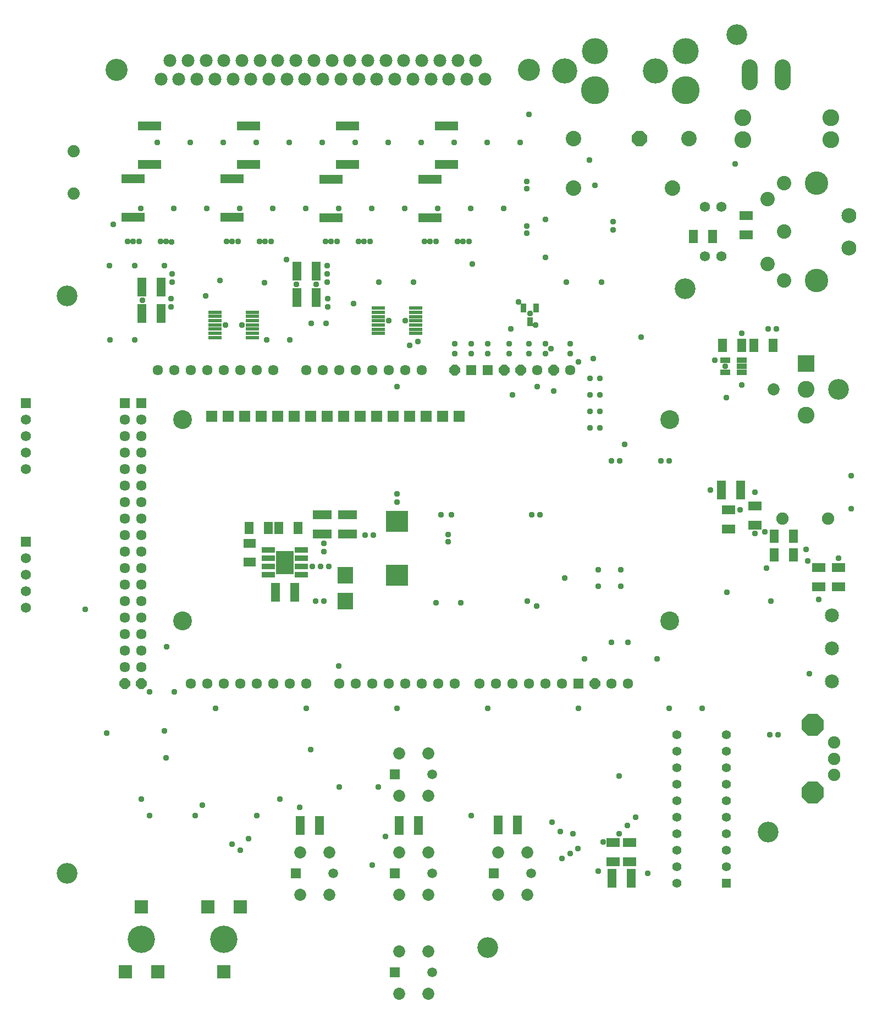
<source format=gbs>
G04 EAGLE Gerber RS-274X export*
G75*
%MOMM*%
%FSLAX34Y34*%
%LPD*%
%INSoldermask Bottom*%
%IPPOS*%
%AMOC8*
5,1,8,0,0,1.08239X$1,22.5*%
G01*
G04 Define Apertures*
%ADD10C,3.200400*%
%ADD11R,1.561200X1.561200*%
%ADD12C,1.561200*%
%ADD13R,1.367800X2.918500*%
%ADD14R,2.918500X1.367800*%
%ADD15R,2.433200X2.573200*%
%ADD16R,1.411200X1.411200*%
%ADD17C,1.411200*%
%ADD18R,1.711200X1.711200*%
%ADD19C,2.903200*%
%ADD20C,4.019200*%
%ADD21C,4.319200*%
%ADD22C,3.869200*%
%ADD23C,1.988200*%
%ADD24C,3.403200*%
%ADD25C,1.903200*%
%ADD26C,2.303200*%
%ADD27C,2.228200*%
%ADD28C,3.609200*%
%ADD29R,2.528200X2.528200*%
%ADD30C,2.603200*%
%ADD31C,1.853200*%
%ADD32C,3.203200*%
%ADD33R,3.403200X3.203200*%
%ADD34C,1.575700*%
%ADD35R,3.573400X1.434400*%
%ADD36C,1.611200*%
%ADD37P,1.74395X8X112.5*%
%ADD38R,1.611200X1.611200*%
%ADD39R,1.511200X1.511200*%
%ADD40C,1.511200*%
%ADD41C,1.879600*%
%ADD42R,2.003200X0.804700*%
%ADD43R,2.823200X3.603200*%
%ADD44R,2.003200X0.628200*%
%ADD45R,1.543200X0.823200*%
%ADD46C,2.153200*%
%ADD47R,1.434600X1.975100*%
%ADD48R,1.975100X1.434600*%
%ADD49R,2.018500X1.367800*%
%ADD50R,1.367800X2.018500*%
%ADD51R,2.153200X2.153200*%
%ADD52C,4.203200*%
%ADD53P,3.70091X8X22.5*%
%ADD54C,2.387600*%
%ADD55P,2.58431X8X22.5*%
%ADD56C,2.453200*%
%ADD57R,0.828000X1.426700*%
%ADD58C,0.959600*%
D10*
X1193800Y330200D03*
X1145540Y1558290D03*
X114300Y1155700D03*
X114300Y266700D03*
X762000Y152400D03*
X1065530Y1167130D03*
D11*
X50800Y990600D03*
D12*
X50800Y965200D03*
X50800Y939800D03*
X50800Y914400D03*
X50800Y889000D03*
D11*
X50800Y777240D03*
D12*
X50800Y751840D03*
X50800Y726440D03*
X50800Y701040D03*
X50800Y675640D03*
D13*
X258594Y1169670D03*
X229086Y1169670D03*
X497354Y1153160D03*
X467846Y1153160D03*
X1151404Y857250D03*
X1121896Y857250D03*
X434826Y699770D03*
X464334Y699770D03*
D14*
X546100Y818664D03*
X546100Y789156D03*
X506730Y818664D03*
X506730Y789156D03*
D13*
X258594Y1129030D03*
X229086Y1129030D03*
D15*
X542290Y725970D03*
X542290Y686270D03*
D16*
X1129030Y251460D03*
D17*
X1129030Y276860D03*
X1129030Y302260D03*
X1129030Y327660D03*
X1129030Y353060D03*
X1129030Y378460D03*
X1129030Y403860D03*
X1129030Y429260D03*
X1129030Y454660D03*
X1129030Y480060D03*
X1052830Y480060D03*
X1052830Y454660D03*
X1052830Y429260D03*
X1052830Y403860D03*
X1052830Y378460D03*
X1052830Y353060D03*
X1052830Y327660D03*
X1052830Y302260D03*
X1052830Y276860D03*
X1052830Y251460D03*
D18*
X336700Y970600D03*
X362100Y970600D03*
X387500Y970600D03*
X412900Y970600D03*
X438300Y970600D03*
X463700Y970600D03*
X489100Y970600D03*
X514500Y970600D03*
X539900Y970600D03*
X565300Y970600D03*
X590700Y970600D03*
X616100Y970600D03*
X641500Y970600D03*
X666900Y970600D03*
X692300Y970600D03*
X717700Y970600D03*
D19*
X1041700Y965600D03*
X291700Y965600D03*
X1041700Y655600D03*
X291700Y655600D03*
D20*
X1066800Y1532910D03*
D21*
X1066800Y1472410D03*
D22*
X1019800Y1502410D03*
D20*
X927100Y1532910D03*
D21*
X927100Y1472410D03*
D22*
X880100Y1502410D03*
D23*
X258700Y1489710D03*
X286400Y1489710D03*
X314100Y1489710D03*
X341800Y1489710D03*
X369500Y1489710D03*
X397200Y1489710D03*
X424900Y1489710D03*
X452600Y1489710D03*
X480300Y1489710D03*
X508000Y1489710D03*
X535700Y1489710D03*
X563400Y1489710D03*
X591100Y1489710D03*
X618800Y1489710D03*
X646500Y1489710D03*
X674200Y1489710D03*
X701900Y1489710D03*
X729600Y1489710D03*
X757300Y1489710D03*
X272550Y1518110D03*
X300250Y1518110D03*
X327950Y1518110D03*
X355650Y1518110D03*
X383350Y1518110D03*
X411050Y1518110D03*
X438750Y1518110D03*
X466450Y1518110D03*
X494150Y1518110D03*
X521850Y1518110D03*
X549550Y1518110D03*
X577250Y1518110D03*
X604950Y1518110D03*
X632650Y1518110D03*
X660350Y1518110D03*
X688050Y1518110D03*
X715750Y1518110D03*
X743450Y1518110D03*
D24*
X190500Y1503910D03*
X825500Y1503910D03*
D25*
X1285960Y812800D03*
X1215960Y812800D03*
D26*
X1317930Y1279760D03*
X1317930Y1229760D03*
D27*
X1217930Y1329810D03*
X1193030Y1304810D03*
X1217930Y1254760D03*
X1193030Y1204710D03*
X1217930Y1179710D03*
D28*
X1268030Y1329810D03*
X1268030Y1179710D03*
D29*
X1252220Y1052190D03*
D30*
X1252220Y1012190D03*
X1252220Y972190D03*
D31*
X1202220Y1012190D03*
D32*
X1302220Y1012190D03*
D33*
X622300Y725720D03*
X622300Y808440D03*
D34*
X1121410Y1292860D03*
X1096010Y1292860D03*
X1096010Y1216660D03*
X1121410Y1216660D03*
D35*
X241300Y1358415D03*
X241300Y1417805D03*
X393700Y1358415D03*
X393700Y1417805D03*
X546100Y1358415D03*
X546100Y1417805D03*
X698500Y1358415D03*
X698500Y1417805D03*
X215900Y1277135D03*
X215900Y1336525D03*
X368300Y1277135D03*
X368300Y1336525D03*
X520700Y1275865D03*
X520700Y1335255D03*
X673100Y1275865D03*
X673100Y1335255D03*
D36*
X203200Y584200D03*
X203200Y609600D03*
X203200Y635000D03*
X203200Y660400D03*
X203200Y685800D03*
X203200Y711200D03*
X203200Y736600D03*
X203200Y762000D03*
X203200Y787400D03*
X203200Y812800D03*
X203200Y838200D03*
X203200Y863600D03*
X203200Y889000D03*
X203200Y914400D03*
X203200Y939800D03*
X228600Y939800D03*
X228600Y914400D03*
X228600Y889000D03*
X228600Y863600D03*
X228600Y838200D03*
X228600Y812800D03*
X228600Y787400D03*
X228600Y762000D03*
X228600Y736600D03*
X228600Y711200D03*
X228600Y685800D03*
X228600Y660400D03*
X228600Y635000D03*
X228600Y609600D03*
X228600Y584200D03*
X482600Y558800D03*
X457200Y558800D03*
X431800Y558800D03*
X406400Y558800D03*
X381000Y558800D03*
X355600Y558800D03*
X330200Y558800D03*
X304800Y558800D03*
X711200Y558800D03*
X685800Y558800D03*
X660400Y558800D03*
X635000Y558800D03*
X609600Y558800D03*
X584200Y558800D03*
X558800Y558800D03*
X533400Y558800D03*
D37*
X927100Y558800D03*
D38*
X901700Y558800D03*
D36*
X876300Y558800D03*
X850900Y558800D03*
X825500Y558800D03*
X800100Y558800D03*
X774700Y558800D03*
X749300Y558800D03*
X431800Y1041400D03*
X406400Y1041400D03*
X381000Y1041400D03*
X355600Y1041400D03*
X330200Y1041400D03*
X304800Y1041400D03*
X279400Y1041400D03*
X254000Y1041400D03*
X660400Y1041400D03*
X635000Y1041400D03*
X609600Y1041400D03*
X584200Y1041400D03*
X558800Y1041400D03*
X533400Y1041400D03*
X508000Y1041400D03*
X482600Y1041400D03*
X889000Y1041400D03*
D37*
X863600Y1041400D03*
D36*
X838200Y1041400D03*
D37*
X812800Y1041400D03*
X787400Y1041400D03*
D38*
X762000Y1041400D03*
X736600Y1041400D03*
D37*
X711200Y1041400D03*
D36*
X977900Y558800D03*
X952500Y558800D03*
D37*
X203200Y558800D03*
X228600Y558800D03*
D38*
X203200Y990600D03*
X228600Y990600D03*
D36*
X228600Y965200D03*
X203200Y965200D03*
D31*
X777600Y299200D03*
X777600Y234200D03*
X822600Y299200D03*
X822600Y234200D03*
D39*
X771100Y266700D03*
D40*
X829100Y266700D03*
D31*
X472800Y299200D03*
X472800Y234200D03*
X517800Y299200D03*
X517800Y234200D03*
D39*
X466300Y266700D03*
D40*
X524300Y266700D03*
D31*
X625200Y451600D03*
X625200Y386600D03*
X670200Y451600D03*
X670200Y386600D03*
D39*
X618700Y419100D03*
D40*
X676700Y419100D03*
D31*
X625200Y146800D03*
X625200Y81800D03*
X670200Y146800D03*
X670200Y81800D03*
D39*
X618700Y114300D03*
D40*
X676700Y114300D03*
D41*
X124100Y1313700D03*
X124100Y1378700D03*
D42*
X424080Y726440D03*
X424080Y739140D03*
X424080Y751840D03*
X424080Y764540D03*
X475080Y764540D03*
X475080Y751840D03*
X475080Y739140D03*
X475080Y726440D03*
D43*
X449580Y745490D03*
D44*
X342122Y1091750D03*
X342122Y1098250D03*
X342122Y1104750D03*
X342122Y1111250D03*
X342122Y1117750D03*
X342122Y1124250D03*
X342122Y1130750D03*
X399558Y1130750D03*
X399558Y1124250D03*
X399558Y1117750D03*
X399558Y1111250D03*
X399558Y1104750D03*
X399558Y1098250D03*
X399558Y1091750D03*
X593582Y1098100D03*
X593582Y1104600D03*
X593582Y1111100D03*
X593582Y1117600D03*
X593582Y1124100D03*
X593582Y1130600D03*
X593582Y1137100D03*
X651018Y1137100D03*
X651018Y1130600D03*
X651018Y1124100D03*
X651018Y1117600D03*
X651018Y1111100D03*
X651018Y1104600D03*
X651018Y1098100D03*
D45*
X1152994Y1057250D03*
X1152994Y1047750D03*
X1152994Y1038250D03*
X1127926Y1038250D03*
X1127926Y1057250D03*
D46*
X1291590Y664210D03*
X1291590Y613410D03*
X1291590Y562610D03*
D47*
X440000Y798830D03*
X469320Y798830D03*
X423600Y798830D03*
X394280Y798830D03*
D48*
X394970Y775390D03*
X394970Y746070D03*
D49*
X1159510Y1279674D03*
X1159510Y1250166D03*
D50*
X1108224Y1247140D03*
X1078716Y1247140D03*
X1171426Y1079500D03*
X1200934Y1079500D03*
X1152674Y1079500D03*
X1123166Y1079500D03*
X1232684Y756920D03*
X1203176Y756920D03*
D49*
X1173480Y832634D03*
X1173480Y803126D03*
X1301750Y737384D03*
X1301750Y707876D03*
X1271270Y707876D03*
X1271270Y737384D03*
X1132840Y796776D03*
X1132840Y826284D03*
D50*
X1232684Y786130D03*
X1203176Y786130D03*
D49*
X955040Y284966D03*
X955040Y314474D03*
X980440Y284966D03*
X980440Y314474D03*
D30*
X1290004Y1396510D03*
X1155004Y1396510D03*
X1290004Y1430510D03*
X1155004Y1430510D03*
D51*
X380600Y215100D03*
X355600Y115100D03*
X330600Y215100D03*
D52*
X355600Y165100D03*
D51*
X203600Y115100D03*
X228600Y215100D03*
X253600Y115100D03*
D52*
X228600Y165100D03*
D13*
X952986Y259080D03*
X982494Y259080D03*
X497354Y1193800D03*
X467846Y1193800D03*
D31*
X625200Y299200D03*
X625200Y234200D03*
X670200Y299200D03*
X670200Y234200D03*
D39*
X618700Y266700D03*
D40*
X676700Y266700D03*
D25*
X1295380Y443230D03*
X1295380Y468230D03*
X1295380Y418230D03*
D53*
X1262380Y495230D03*
X1262380Y391230D03*
D13*
X502434Y340360D03*
X472926Y340360D03*
X807234Y341630D03*
X777726Y341630D03*
X654834Y340360D03*
X625326Y340360D03*
D54*
X894080Y1398270D03*
X894080Y1322070D03*
D55*
X995680Y1398270D03*
D54*
X1071880Y1398270D03*
X1046480Y1322070D03*
D56*
X1165057Y1485277D02*
X1165057Y1507777D01*
X1215857Y1507777D02*
X1215857Y1485277D01*
D57*
X817270Y1137130D03*
X836270Y1137130D03*
X826770Y1115850D03*
D58*
X491490Y739140D03*
X504190Y739140D03*
X516890Y739140D03*
X706120Y819150D03*
X689610Y819150D03*
X998220Y1092200D03*
X609600Y1117600D03*
X358140Y1111250D03*
X932180Y270510D03*
X1022350Y596900D03*
X910590Y596900D03*
X342900Y520700D03*
X1041400Y520700D03*
X901700Y520700D03*
X762000Y520700D03*
X622300Y520700D03*
X482600Y520700D03*
X825500Y1435100D03*
X965200Y901700D03*
X1028700Y901700D03*
X952500Y901700D03*
X1041400Y901700D03*
X1111250Y1056640D03*
X880110Y721360D03*
X701040Y788670D03*
X701040Y777240D03*
X826770Y1129030D03*
X797560Y1104900D03*
X800100Y1003300D03*
X622300Y838200D03*
X622300Y850900D03*
X497840Y1173480D03*
X514350Y1202690D03*
X452120Y1211580D03*
X264160Y1202690D03*
X1092200Y520700D03*
X383540Y1111250D03*
X635000Y1117600D03*
X252730Y1391920D03*
X303530Y1391920D03*
X354330Y1391920D03*
X405130Y1391920D03*
X455930Y1391920D03*
X506730Y1391920D03*
X557530Y1391920D03*
X608330Y1391920D03*
X659130Y1391920D03*
X709930Y1391920D03*
X760730Y1391920D03*
X811530Y1391920D03*
X786130Y1290320D03*
X684530Y1290320D03*
X633730Y1290320D03*
X532130Y1290320D03*
X481330Y1290320D03*
X379730Y1290320D03*
X328930Y1290320D03*
X227330Y1290320D03*
X440690Y732282D03*
X440690Y758698D03*
X449580Y758698D03*
X458470Y758698D03*
X458470Y745490D03*
X458470Y732282D03*
X449580Y732282D03*
X449580Y745490D03*
X1008380Y266700D03*
X509270Y762000D03*
X509270Y774700D03*
X572770Y787400D03*
X585470Y787400D03*
X496570Y685800D03*
X509270Y685800D03*
X1252220Y765810D03*
X1321054Y828040D03*
X1321054Y878840D03*
X1104900Y857250D03*
X278356Y1290320D03*
X440690Y745490D03*
X966470Y708660D03*
X932180Y734060D03*
X932180Y708660D03*
X966470Y734060D03*
X711200Y1082040D03*
X711200Y1066800D03*
X736600Y1082040D03*
X736600Y1066800D03*
X762000Y1066800D03*
X762000Y1082040D03*
X795020Y1082040D03*
X795020Y1066800D03*
X825500Y1066800D03*
X825500Y1082040D03*
X850900Y1082040D03*
X850900Y1066800D03*
X889000Y1082040D03*
X889000Y1066800D03*
X924560Y1059180D03*
X901700Y1054100D03*
X919480Y1028700D03*
X934720Y1028700D03*
X919480Y952500D03*
X934720Y952500D03*
X919480Y977900D03*
X934720Y977900D03*
X919480Y1003300D03*
X934720Y1003300D03*
X1196340Y480060D03*
X1209040Y480060D03*
X836930Y678180D03*
X822960Y685800D03*
X972820Y927100D03*
X488950Y457200D03*
X829310Y819150D03*
X842010Y819150D03*
X882650Y1177290D03*
X937260Y1177290D03*
X918210Y1365250D03*
X681990Y683260D03*
X720090Y683260D03*
X467360Y1173480D03*
X515620Y1151890D03*
X457200Y1088390D03*
X421640Y1088390D03*
X218440Y1088390D03*
X180340Y1088390D03*
X229870Y1149350D03*
X218440Y1202690D03*
X179070Y1202690D03*
X430756Y1290320D03*
X583156Y1290320D03*
X735556Y1290320D03*
X821690Y1332230D03*
X821690Y1320800D03*
X274320Y1151890D03*
X622300Y1016000D03*
X142240Y673100D03*
X989330Y353060D03*
X861060Y345440D03*
X876300Y289560D03*
X976630Y340360D03*
X873606Y331624D03*
X889000Y297180D03*
X963930Y327660D03*
X892810Y327660D03*
X900430Y304800D03*
X241300Y355600D03*
X1257300Y574040D03*
X1271270Y688340D03*
X1197610Y685800D03*
X175260Y482600D03*
X311150Y355600D03*
X368300Y311432D03*
X279400Y546100D03*
X241300Y546100D03*
X593090Y400050D03*
X533400Y400050D03*
X441960Y381000D03*
X736600Y355600D03*
X263878Y486410D03*
X472440Y368300D03*
X266700Y444500D03*
X654050Y1085850D03*
X977900Y622300D03*
X838200Y1016000D03*
X275590Y1189990D03*
X514350Y1189990D03*
X641350Y1079500D03*
X952500Y622300D03*
X863600Y1009650D03*
X514350Y1177290D03*
X275590Y1177290D03*
X532130Y586514D03*
X1188720Y792480D03*
X584200Y279400D03*
X490220Y1113790D03*
X513080Y1113790D03*
X185420Y1266190D03*
X349396Y1179830D03*
X554990Y1144270D03*
X647700Y1177290D03*
X737870Y1205230D03*
X417830Y1176020D03*
X594360Y1177290D03*
X327660Y1155700D03*
X1143000Y1358900D03*
X1206500Y1104900D03*
X1129030Y999490D03*
X1153160Y1018540D03*
X1127760Y1047750D03*
X1153160Y1098550D03*
X1193800Y1104900D03*
X1301750Y751840D03*
X1173480Y853694D03*
X1191260Y736600D03*
X1173480Y789940D03*
X1254760Y748030D03*
X1130300Y699770D03*
X1150620Y826284D03*
X963930Y416560D03*
X939800Y314960D03*
X228600Y381000D03*
X267236Y615950D03*
X381000Y302260D03*
X322580Y372110D03*
X604520Y323850D03*
X393700Y320040D03*
X406400Y355600D03*
X859211Y1074420D03*
X926978Y1326002D03*
X266700Y1239520D03*
X257810Y1239520D03*
X275288Y1239218D03*
X215900Y1239520D03*
X224790Y1239520D03*
X207010Y1239520D03*
X368300Y1239520D03*
X359410Y1239520D03*
X377190Y1239520D03*
X419100Y1239520D03*
X410210Y1239520D03*
X427990Y1239520D03*
X520700Y1239520D03*
X529590Y1239520D03*
X511810Y1239520D03*
X571500Y1239520D03*
X580390Y1239520D03*
X562610Y1239520D03*
X673100Y1239520D03*
X681990Y1239520D03*
X664210Y1239520D03*
X723900Y1239520D03*
X732790Y1239520D03*
X715010Y1239520D03*
X821690Y1252220D03*
X821690Y1263650D03*
X850900Y1273810D03*
X850900Y1215390D03*
X955040Y1270000D03*
X955040Y1257300D03*
X808990Y1146810D03*
X835660Y1111250D03*
X274320Y1139190D03*
X515620Y1139190D03*
M02*

</source>
